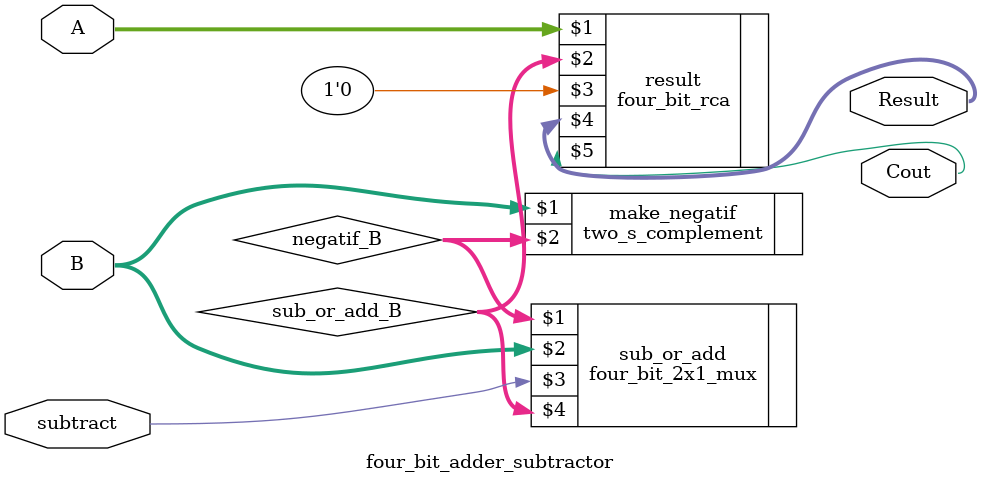
<source format=v>
module four_bit_adder_subtractor(A, B, subtract, Result, Cout);
    input [3:0] A;
    input [3:0] B;
    input subtract;
    output [3:0] Result;
    output Cout;

    // Your code goes here.  DO NOT change anything that is already given! Otherwise, you will not be able to pass the tests!

    wire[3:0] negatif_B;
    wire[3:0] sub_or_add_B;

    two_s_complement make_negatif(B,negatif_B);
    four_bit_2x1_mux sub_or_add(negatif_B,B,subtract,sub_or_add_B);
    four_bit_rca result(A,sub_or_add_B,1'B0,Result,Cout);

endmodule

</source>
